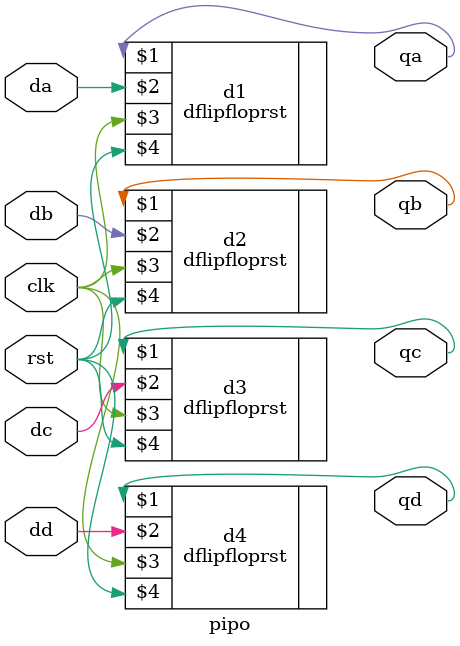
<source format=v>
`include "dflipfloprst.v"
module pipo(qa,qb,qc,qd,da,db,dc,dd,clk,rst);
output qa,qb,qc,qd;
input da,db,dc,dd,rst,clk;
dflipfloprst d1(qa,da,clk,rst);
dflipfloprst d2(qb,db,clk,rst);
dflipfloprst d3(qc,dc,clk,rst);
dflipfloprst d4(qd,dd,clk,rst);
endmodule

</source>
